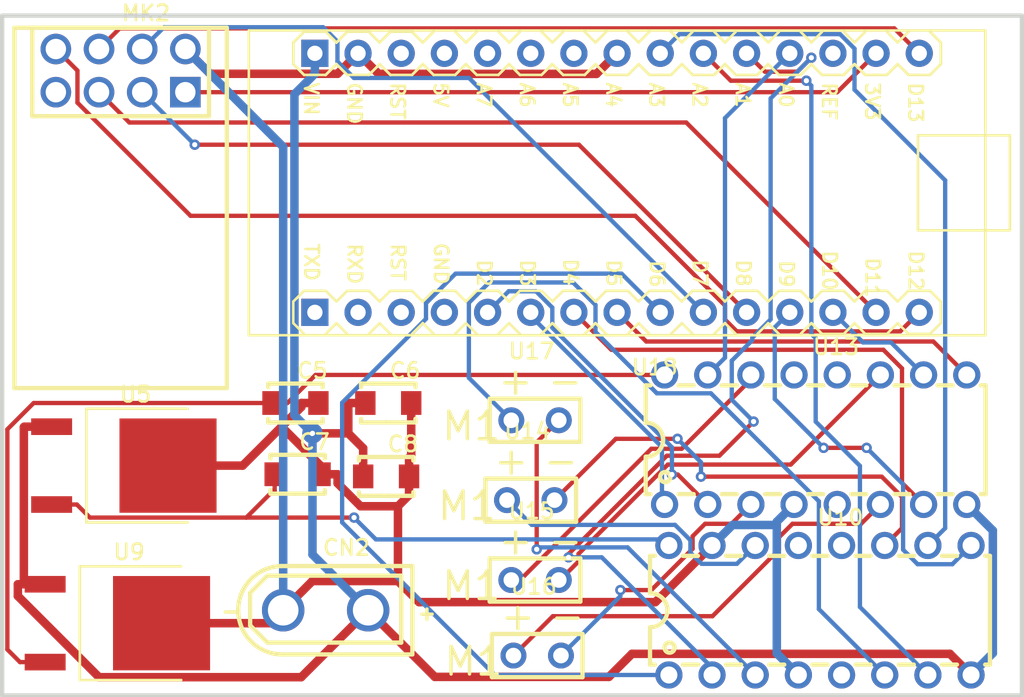
<source format=kicad_pcb>
(kicad_pcb (version 20240108) (generator "pcbnew") (generator_version "8.0")
  (layers (0 "F.Cu" signal "TopLayer") (31 "B.Cu" signal "BottomLayer") (34 "B.Paste" user "BottomPasteMaskLayer") (35 "F.Paste" user "TopPasteMaskLayer") (36 "B.SilkS" user "BottomSilkLayer") (37 "F.SilkS" user "TopSilkLayer") (38 "B.Mask" user "BottomSolderMaskLayer") (39 "F.Mask" user "TopSolderMaskLayer") (44 "Edge.Cuts" user "BoardOutLine"))
  (net 0 "")
  (net 1 "U13_3")
  (net 2 "C7_1")
  (net 3 "VCC")
  (net 4 "U13_15")
  (net 5 "U13_10")
  (net 6 "U13_1")
  (net 7 "U10_10")
  (net 8 "U10_3")
  (net 9 "U10_2")
  (net 10 "U10_7")
  (net 11 "U10_9")
  (net 12 "U13_2")
  (net 13 "U10_14")
  (net 14 "U10_11")
  (net 15 "U10_6")
  (net 16 "U10_1")
  (net 17 "MK2_4")
  (net 18 "MK2_3")
  (net 19 "GND")
  (net 20 "U13_14")
  (net 21 "U13_11")
  (net 22 "U13_9")
  (net 23 "U13_7")
  (net 24 "MK2_8")
  (net 25 "MK2_6")
  (net 26 "MK2_5")
  (net 27 "MK2_1")
  (net 28 "C5_1")
  (net 29 "U13_6")
  (net 30 "MK2_7")
  (net 31 "U10_5")
  (net 32 "U10_12")
  (net 33 "U10_13")
  (net 34 "U13_5")
  (net 35 "U13_12")
  (net 36 "U13_13")
  (net 37 "U18_1")
  (net 38 "U18_27")
  (net 39 "U18_25")
  (net 40 "U18_3")
  (net 41 "U18_2")
  (net 42 "U18_4")
  (net 43 "U18_18")
  (net 44 "U18_24")
  (net 45 "U18_26")
  (net 46 "U18_28")
  (footprint "LSR_drone:TT DC MOTOR" (layer "F.Cu") (at 148.354 104.811)
    (property "Reference" "U17" (at -1.651 -4.5974 0) (layer "F.SilkS") (effects (font (size 0.9144 0.9144) (thickness 0.1524)) (justify left top)))
    (property "Value" "DC Motor" (hide yes))
    (fp_text user "M1" (at -5.588 -0.6096 0) (layer "F.SilkS") (effects (font (size 1.6256 1.6256) (thickness 0.2032)) (justify left top)))
    (fp_text user "-" (at 0.635 -3.2766 0) (layer "F.SilkS") (effects (font (size 1.6256 1.6256) (thickness 0.2032)) (justify left top)))
    (fp_text user "+" (at -2.286 -3.2766 0) (layer "F.SilkS") (effects (font (size 1.6256 1.6256) (thickness 0.2032)) (justify left top)))
    (pad "1" thru_hole oval (at -1.397 0 90) (size 1.524 1.524) (drill 0.9144) (layers "*.Cu" "*.Mask") (net 15 "U10_6"))
    (pad "2" thru_hole oval (at 1.397 0 90) (size 1.524 1.524) (drill 0.9144) (layers "*.Cu" "*.Mask") (net 8 "U10_3"))
  )
  (footprint "LSR_drone:CAP-SMD_L3.2-W1.6" (layer "F.Cu") (at 134.384 107.986)
    (property "Reference" "C7" (at 0 -2.4384 0) (layer "F.SilkS") (effects (font (size 0.9144 0.9144) (thickness 0.1524)) (justify left top)))
    (property "Value" "330nF" (hide yes))
    (pad "1" smd rect (at -1.35 0) (size 1.2 1.4) (layers "F.Cu" "F.Paste" "F.Mask") (net 2 "C7_1"))
    (pad "2" smd rect (at 1.35 0) (size 1.2 1.4) (layers "F.Cu" "F.Paste" "F.Mask") (net 19 "GND"))
  )
  (footprint "LSR_drone:CAP-SMD_L3.2-W1.6" (layer "F.Cu") (at 139.591 108.113)
    (property "Reference" "C8" (at 0 -2.4384 0) (layer "F.SilkS") (effects (font (size 0.9144 0.9144) (thickness 0.1524)) (justify left top)))
    (property "Value" "330nF" (hide yes))
    (pad "1" smd rect (at -1.35 0) (size 1.2 1.4) (layers "F.Cu" "F.Paste" "F.Mask") (net 3 "VCC"))
    (pad "2" smd rect (at 1.35 0) (size 1.2 1.4) (layers "F.Cu" "F.Paste" "F.Mask") (net 19 "GND"))
  )
  (footprint "LSR_drone:TT DC MOTOR" (layer "F.Cu") (at 148.354 114.209)
    (property "Reference" "U15" (at -1.651 -4.5974 0) (layer "F.SilkS") (effects (font (size 0.9144 0.9144) (thickness 0.1524)) (justify left top)))
    (property "Value" "DC Motor" (hide yes))
    (fp_text user "-" (at 0.635 -3.2766 0) (layer "F.SilkS") (effects (font (size 1.6256 1.6256) (thickness 0.2032)) (justify left top)))
    (fp_text user "M1" (at -5.588 -0.6096 0) (layer "F.SilkS") (effects (font (size 1.6256 1.6256) (thickness 0.2032)) (justify left top)))
    (fp_text user "+" (at -2.286 -3.2766 0) (layer "F.SilkS") (effects (font (size 1.6256 1.6256) (thickness 0.2032)) (justify left top)))
    (pad "1" thru_hole oval (at -1.397 0 90) (size 1.524 1.524) (drill 0.9144) (layers "*.Cu" "*.Mask") (net 20 "U13_14"))
    (pad "2" thru_hole oval (at 1.397 0 90) (size 1.524 1.524) (drill 0.9144) (layers "*.Cu" "*.Mask") (net 21 "U13_11"))
  )
  (footprint "LSR_drone:CAP-SMD_L3.2-W1.6" (layer "F.Cu") (at 134.257 103.795)
    (property "Reference" "C5" (at 0 -2.4384 0) (layer "F.SilkS") (effects (font (size 0.9144 0.9144) (thickness 0.1524)) (justify left top)))
    (property "Value" "330nF" (hide yes))
    (pad "1" smd rect (at -1.35 0) (size 1.2 1.4) (layers "F.Cu" "F.Paste" "F.Mask") (net 28 "C5_1"))
    (pad "2" smd rect (at 1.35 0) (size 1.2 1.4) (layers "F.Cu" "F.Paste" "F.Mask") (net 19 "GND"))
  )
  (footprint "LSR_drone:TO-252-2_L6.6-W6.1-P4.58-LS9.9-TL" (layer "F.Cu") (at 122.954 116.749)
    (property "Reference" "U9" (at 0.5008 -4.7245 0) (layer "F.SilkS") (effects (font (size 0.9144 0.9144) (thickness 0.1524)) (justify left top)))
    (property "Value" "LM7805-5V" (hide yes))
    (pad "1" smd rect (at -3.4238 -2.2899 180) (size 2.4091 0.9786) (layers "F.Cu" "F.Paste" "F.Mask") (net 3 "VCC"))
    (pad "2" smd rect (at 3.4238 -0.0001 180) (size 5.7111 5.5484) (layers "F.Cu" "F.Paste" "F.Mask") (net 19 "GND"))
    (pad "3" smd rect (at -3.4233 2.2899 180) (size 2.4091 0.9786) (layers "F.Cu" "F.Paste" "F.Mask") (net 28 "C5_1"))
  )
  (footprint "LSR_drone:COMM-TH_ARDUINO_NANO" (layer "F.Cu") (at 153.18 90.841 180)
    (property "Reference" "U18" (at -0.762 -10.3124 180) (layer "F.SilkS") (effects (font (size 0.9144 0.9144) (thickness 0.1524)) (justify left top)))
    (property "Value" "ARDUINO_NANO" (hide yes))
    (fp_text user "RXD" (at 14.9681 -3.49 270) (layer "F.SilkS") (effects (font (size 0.8 0.8)) (justify left top)))
    (fp_text user "RST" (at 12.4479 5.9901 270) (layer "F.SilkS") (effects (font (size 0.8 0.8)) (justify left top)))
    (fp_text user "A2" (at -5.3321 5.9901 270) (layer "F.SilkS") (effects (font (size 0.8 0.8)) (justify left top)))
    (fp_text user "D3" (at 4.8081 -4.4272 270) (layer "F.SilkS") (effects (font (size 0.8 0.8)) (justify left top)))
    (fp_text user "GND" (at 14.9879 5.9901 270) (layer "F.SilkS") (effects (font (size 0.8 0.8)) (justify left top)))
    (fp_text user "GND" (at 9.8881 -3.4442 270) (layer "F.SilkS") (effects (font (size 0.8 0.8)) (justify left top)))
    (fp_text user "D13" (at -18.0321 5.9901 270) (layer "F.SilkS") (effects (font (size 0.8 0.8)) (justify left top)))
    (fp_text user "A7" (at 7.3679 5.9901 270) (layer "F.SilkS") (effects (font (size 0.8 0.8)) (justify left top)))
    (fp_text user "D12" (at -18.0519 -3.8989 270) (layer "F.SilkS") (effects (font (size 0.8 0.8)) (justify left top)))
    (fp_text user "D2" (at 7.3481 -4.4272 270) (layer "F.SilkS") (effects (font (size 0.8 0.8)) (justify left top)))
    (fp_text user "D4" (at 2.2681 -4.3815 270) (layer "F.SilkS") (effects (font (size 0.8 0.8)) (justify left top)))
    (fp_text user "TXD" (at 17.5081 -3.49 270) (layer "F.SilkS") (effects (font (size 0.8 0.8)) (justify left top)))
    (fp_text user "A3" (at -2.7921 5.9901 270) (layer "F.SilkS") (effects (font (size 0.8 0.8)) (justify left top)))
    (fp_text user "D11" (at -15.5119 -4.3078 270) (layer "F.SilkS") (effects (font (size 0.8 0.8)) (justify left top)))
    (fp_text user "D5" (at -0.2719 -4.4272 270) (layer "F.SilkS") (effects (font (size 0.8 0.8)) (justify left top)))
    (fp_text user "D10" (at -12.9719 -3.8989 270) (layer "F.SilkS") (effects (font (size 0.8 0.8)) (justify left top)))
    (fp_text user "RST" (at 12.4281 -3.49 270) (layer "F.SilkS") (effects (font (size 0.8 0.8)) (justify left top)))
    (fp_text user "A0" (at -10.4121 5.9901 270) (layer "F.SilkS") (effects (font (size 0.8 0.8)) (justify left top)))
    (fp_text user "D8" (at -7.8919 -4.4272 270) (layer "F.SilkS") (effects (font (size 0.8 0.8)) (justify left top)))
    (fp_text user "5V" (at 9.9079 5.9901 270) (layer "F.SilkS") (effects (font (size 0.8 0.8)) (justify left top)))
    (fp_text user "A5" (at 2.2879 5.9901 270) (layer "F.SilkS") (effects (font (size 0.8 0.8)) (justify left top)))
    (fp_text user "A1" (at -7.8721 5.9901 270) (layer "F.SilkS") (effects (font (size 0.8 0.8)) (justify left top)))
    (fp_text user "VIN" (at 17.5279 5.9901 270) (layer "F.SilkS") (effects (font (size 0.8 0.8)) (justify left top)))
    (fp_text user "3V3" (at -15.4921 5.9901 270) (layer "F.SilkS") (effects (font (size 0.8 0.8)) (justify left top)))
    (fp_text user "D6" (at -2.8119 -4.4729 270) (layer "F.SilkS") (effects (font (size 0.8 0.8)) (justify left top)))
    (fp_text user "A4" (at -0.2521 5.9901 270) (layer "F.SilkS") (effects (font (size 0.8 0.8)) (justify left top)))
    (fp_text user "REF" (at -12.9521 5.9901 270) (layer "F.SilkS") (effects (font (size 0.8 0.8)) (justify left top)))
    (fp_text user "A6" (at 4.8279 5.9901 270) (layer "F.SilkS") (effects (font (size 0.8 0.8)) (justify left top)))
    (fp_text user "D9" (at -10.4319 -4.4729 270) (layer "F.SilkS") (effects (font (size 0.8 0.8)) (justify left top)))
    (fp_text user "D7" (at -5.3519 -4.4272 270) (layer "F.SilkS") (effects (font (size 0.8 0.8)) (justify left top)))
    (pad "1" thru_hole rect (at 17.78 -7.62 180) (size 1.6 1.6) (drill 0.9) (layers "*.Cu" "*.Mask") (net 37 "U18_1"))
    (pad "2" thru_hole oval (at 15.24 -7.62 180) (size 1.6 1.6) (drill 0.9) (layers "*.Cu" "*.Mask") (net 41 "U18_2"))
    (pad "3" thru_hole oval (at 12.7 -7.62 180) (size 1.6 1.6) (drill 0.9) (layers "*.Cu" "*.Mask") (net 40 "U18_3"))
    (pad "4" thru_hole oval (at 10.16 -7.62 180) (size 1.6 1.6) (drill 0.9) (layers "*.Cu" "*.Mask") (net 42 "U18_4"))
    (pad "5" thru_hole oval (at 7.62 -7.62 180) (size 1.6 1.6) (drill 0.9) (layers "*.Cu" "*.Mask") (net 12 "U13_2"))
    (pad "6" thru_hole oval (at 5.08 -7.62 180) (size 1.6 1.6) (drill 0.9) (layers "*.Cu" "*.Mask") (net 6 "U13_1"))
    (pad "7" thru_hole oval (at 2.54 -7.62 180) (size 1.6 1.6) (drill 0.9) (layers "*.Cu" "*.Mask") (net 23 "U13_7"))
    (pad "8" thru_hole oval (at 0 -7.62 180) (size 1.6 1.6) (drill 0.9) (layers "*.Cu" "*.Mask") (net 22 "U13_9"))
    (pad "9" thru_hole oval (at -2.54 -7.62 180) (size 1.6 1.6) (drill 0.9) (layers "*.Cu" "*.Mask") (net 16 "U10_1"))
    (pad "10" thru_hole oval (at -5.08 -7.62 180) (size 1.6 1.6) (drill 0.9) (layers "*.Cu" "*.Mask") (net 17 "MK2_4"))
    (pad "11" thru_hole oval (at -7.62 -7.62 180) (size 1.6 1.6) (drill 0.9) (layers "*.Cu" "*.Mask") (net 18 "MK2_3"))
    (pad "12" thru_hole oval (at -10.16 -7.62 180) (size 1.6 1.6) (drill 0.9) (layers "*.Cu" "*.Mask") (net 11 "U10_9"))
    (pad "13" thru_hole oval (at -12.7 -7.62 180) (size 1.6 1.6) (drill 0.9) (layers "*.Cu" "*.Mask") (net 5 "U13_10"))
    (pad "14" thru_hole oval (at -15.24 -7.62 180) (size 1.6 1.6) (drill 0.9) (layers "*.Cu" "*.Mask") (net 26 "MK2_5"))
    (pad "15" thru_hole oval (at -17.78 -7.62 180) (size 1.6 1.6) (drill 0.9) (layers "*.Cu" "*.Mask") (net 24 "MK2_8"))
    (pad "16" thru_hole oval (at -17.78 7.62 180) (size 1.6 1.6) (drill 0.9) (layers "*.Cu" "*.Mask") (net 25 "MK2_6"))
    (pad "17" thru_hole oval (at -15.24 7.62 180) (size 1.6 1.6) (drill 0.9) (layers "*.Cu" "*.Mask") (net 27 "MK2_1"))
    (pad "18" thru_hole oval (at -12.7 7.62 180) (size 1.6 1.6) (drill 0.9) (layers "*.Cu" "*.Mask") (net 43 "U18_18"))
    (pad "19" thru_hole oval (at -10.16 7.62 180) (size 1.6 1.6) (drill 0.9) (layers "*.Cu" "*.Mask") (net 4 "U13_15"))
    (pad "20" thru_hole oval (at -7.62 7.62 180) (size 1.6 1.6) (drill 0.9) (layers "*.Cu" "*.Mask") (net 9 "U10_2"))
    (pad "21" thru_hole oval (at -5.08 7.62 180) (size 1.6 1.6) (drill 0.9) (layers "*.Cu" "*.Mask") (net 10 "U10_7"))
    (pad "22" thru_hole oval (at -2.54 7.62 180) (size 1.6 1.6) (drill 0.9) (layers "*.Cu" "*.Mask") (net 7 "U10_10"))
    (pad "23" thru_hole oval (at 0 7.62 180) (size 1.6 1.6) (drill 0.9) (layers "*.Cu" "*.Mask") (net 19 "GND"))
    (pad "24" thru_hole oval (at 2.54 7.62 180) (size 1.6 1.6) (drill 0.9) (layers "*.Cu" "*.Mask") (net 44 "U18_24"))
    (pad "25" thru_hole oval (at 5.08 7.62 180) (size 1.6 1.6) (drill 0.9) (layers "*.Cu" "*.Mask") (net 39 "U18_25"))
    (pad "26" thru_hole oval (at 7.62 7.62 180) (size 1.6 1.6) (drill 0.9) (layers "*.Cu" "*.Mask") (net 45 "U18_26"))
    (pad "27" thru_hole oval (at 10.16 7.62 180) (size 1.6 1.6) (drill 0.9) (layers "*.Cu" "*.Mask") (net 38 "U18_27"))
    (pad "28" thru_hole oval (at 12.7 7.62 180) (size 1.6 1.6) (drill 0.9) (layers "*.Cu" "*.Mask") (net 46 "U18_28"))
    (pad "29" thru_hole oval (at 15.24 7.62 180) (size 1.6 1.6) (drill 0.9) (layers "*.Cu" "*.Mask") (net 19 "GND"))
    (pad "30" thru_hole rect (at 17.78 7.62 180) (size 1.6 1.6) (drill 0.9) (layers "*.Cu" "*.Mask") (net 3 "VCC"))
  )
  (footprint "LSR_drone:CAP-SMD_L3.2-W1.6" (layer "F.Cu") (at 139.718 103.795)
    (property "Reference" "C6" (at 0 -2.4384 0) (layer "F.SilkS") (effects (font (size 0.9144 0.9144) (thickness 0.1524)) (justify left top)))
    (property "Value" "330nF" (hide yes))
    (pad "1" smd rect (at -1.35 0) (size 1.2 1.4) (layers "F.Cu" "F.Paste" "F.Mask") (net 3 "VCC"))
    (pad "2" smd rect (at 1.35 0) (size 1.2 1.4) (layers "F.Cu" "F.Paste" "F.Mask") (net 19 "GND"))
  )
  (footprint "LSR_drone:CONN-TH_XT30UPB-M" (layer "F.Cu") (at 136.035 115.987)
    (property "Reference" "CN2" (at -0.2541 -4.2164 0) (layer "F.SilkS") (effects (font (size 0.9144 0.9144) (thickness 0.1524)) (justify left top)))
    (property "Value" "XT30UPB-M" (hide yes))
    (fp_text user "+" (at 5.3339 -0.292 0) (layer "F.SilkS") (effects (font (size 0.8 0.8) (thickness 0.2032)) (justify left top)))
    (fp_text user "-" (at -6.2231 -0.419 0) (layer "F.SilkS") (effects (font (size 0.8 0.8) (thickness 0.2032)) (justify left top)))
    (pad "1" thru_hole oval (at -2.5 0) (size 2.5 2.5) (drill 1.8) (layers "*.Cu" "*.Mask") (net 19 "GND"))
    (pad "2" thru_hole oval (at 2.5 0) (size 2.5 2.5) (drill 1.8) (layers "*.Cu" "*.Mask") (net 3 "VCC"))
  )
  (footprint "LSR_drone:TO-252-2_L6.6-W6.1-P4.58-LS9.9-TL" (layer "F.Cu") (at 123.335 107.478)
    (property "Reference" "U5" (at 0.5008 -4.7245 0) (layer "F.SilkS") (effects (font (size 0.9144 0.9144) (thickness 0.1524)) (justify left top)))
    (property "Value" "LM7805-5V" (hide yes))
    (pad "1" smd rect (at -3.4238 -2.2899 180) (size 2.4091 0.9786) (layers "F.Cu" "F.Paste" "F.Mask") (net 3 "VCC"))
    (pad "2" smd rect (at 3.4238 -0.0001 180) (size 5.7111 5.5484) (layers "F.Cu" "F.Paste" "F.Mask") (net 19 "GND"))
    (pad "3" smd rect (at -3.4233 2.2899 180) (size 2.4091 0.9786) (layers "F.Cu" "F.Paste" "F.Mask") (net 2 "C7_1"))
  )
  (footprint "LSR_drone:WIRELM-SMD_NRF24L01" (layer "F.Cu") (at 123.97 84.237)
    (property "Reference" "MK2" (at -0.0254 -3.9206 0) (layer "F.SilkS") (effects (font (size 0.9144 0.9144) (thickness 0.1524)) (justify left top)))
    (property "Value" "NRF24L01" (hide yes))
    (pad "1" thru_hole rect (at 3.8075 1.2704 180) (size 1.8 1.8) (drill 1.1998) (layers "*.Cu" "*.Mask") (net 27 "MK2_1"))
    (pad "2" thru_hole oval (at 3.81 -1.2699 180) (size 1.8 1.8) (drill 1.1998) (layers "*.Cu" "*.Mask") (net 19 "GND"))
    (pad "3" thru_hole oval (at 1.27 1.2701 180) (size 1.8 1.8) (drill 1.1998) (layers "*.Cu" "*.Mask") (net 18 "MK2_3"))
    (pad "4" thru_hole oval (at 1.27 -1.2699 180) (size 1.8 1.8) (drill 1.1998) (layers "*.Cu" "*.Mask") (net 17 "MK2_4"))
    (pad "5" thru_hole oval (at -1.27 1.2701 180) (size 1.8 1.8) (drill 1.1998) (layers "*.Cu" "*.Mask") (net 26 "MK2_5"))
    (pad "6" thru_hole oval (at -1.27 -1.2699 180) (size 1.8 1.8) (drill 1.1998) (layers "*.Cu" "*.Mask") (net 25 "MK2_6"))
    (pad "7" thru_hole oval (at -3.81 1.2701 180) (size 1.8 1.8) (drill 1.1998) (layers "*.Cu" "*.Mask") (net 30 "MK2_7"))
    (pad "8" thru_hole oval (at -3.81 -1.2699 180) (size 1.8 1.8) (drill 1.1998) (layers "*.Cu" "*.Mask") (net 24 "MK2_8"))
  )
  (footprint "LSR_drone:TT DC MOTOR" (layer "F.Cu") (at 148.1 109.51)
    (property "Reference" "U14" (at -1.651 -4.5974 0) (layer "F.SilkS") (effects (font (size 0.9144 0.9144) (thickness 0.1524)) (justify left top)))
    (property "Value" "DC Motor" (hide yes))
    (fp_text user "+" (at -2.286 -3.2766 0) (layer "F.SilkS") (effects (font (size 1.6256 1.6256) (thickness 0.2032)) (justify left top)))
    (fp_text user "M1" (at -5.588 -0.6096 0) (layer "F.SilkS") (effects (font (size 1.6256 1.6256) (thickness 0.2032)) (justify left top)))
    (fp_text user "-" (at 0.635 -3.2766 0) (layer "F.SilkS") (effects (font (size 1.6256 1.6256) (thickness 0.2032)) (justify left top)))
    (pad "1" thru_hole oval (at -1.397 0 90) (size 1.524 1.524) (drill 0.9144) (layers "*.Cu" "*.Mask") (net 13 "U10_14"))
    (pad "2" thru_hole oval (at 1.397 0 90) (size 1.524 1.524) (drill 0.9144) (layers "*.Cu" "*.Mask") (net 14 "U10_11"))
  )
  (footprint "LSR_drone:DIP-16_L20.0-W6.4-P2.54-LS7.6-BL" (layer "F.Cu") (at 165.118 115.987)
    (property "Reference" "U10" (at -0.254 -5.9944 0) (layer "F.SilkS") (effects (font (size 0.9144 0.9144) (thickness 0.1524)) (justify left top)))
    (property "Value" "L293D" (hide yes))
    (pad "1" thru_hole oval (at -8.89 3.81 90) (size 1.6 1.6) (drill 1) (layers "*.Cu" "*.Mask") (net 16 "U10_1"))
    (pad "2" thru_hole oval (at -6.35 3.81 90) (size 1.6 1.6) (drill 1) (layers "*.Cu" "*.Mask") (net 9 "U10_2"))
    (pad "3" thru_hole oval (at -3.81 3.81 90) (size 1.6 1.6) (drill 1) (layers "*.Cu" "*.Mask") (net 8 "U10_3"))
    (pad "4" thru_hole oval (at -1.27 3.81 90) (size 1.6 1.6) (drill 1) (layers "*.Cu" "*.Mask") (net 19 "GND"))
    (pad "5" thru_hole oval (at 1.27 3.81 90) (size 1.6 1.6) (drill 1) (layers "*.Cu" "*.Mask") (net 31 "U10_5"))
    (pad "6" thru_hole oval (at 3.81 3.81 90) (size 1.6 1.6) (drill 1) (layers "*.Cu" "*.Mask") (net 15 "U10_6"))
    (pad "7" thru_hole oval (at 6.35 3.81 90) (size 1.6 1.6) (drill 1) (layers "*.Cu" "*.Mask") (net 10 "U10_7"))
    (pad "8" thru_hole oval (at 8.89 3.81 90) (size 1.6 1.6) (drill 1) (layers "*.Cu" "*.Mask") (net 3 "VCC"))
    (pad "9" thru_hole oval (at 8.89 -3.81 90) (size 1.6 1.6) (drill 1) (layers "*.Cu" "*.Mask") (net 11 "U10_9"))
    (pad "10" thru_hole oval (at 6.35 -3.81 90) (size 1.6 1.6) (drill 1) (layers "*.Cu" "*.Mask") (net 7 "U10_10"))
    (pad "11" thru_hole oval (at 3.81 -3.81 90) (size 1.6 1.6) (drill 1) (layers "*.Cu" "*.Mask") (net 14 "U10_11"))
    (pad "12" thru_hole oval (at 1.27 -3.81 90) (size 1.6 1.6) (drill 1) (layers "*.Cu" "*.Mask") (net 32 "U10_12"))
    (pad "13" thru_hole oval (at -1.27 -3.81 90) (size 1.6 1.6) (drill 1) (layers "*.Cu" "*.Mask") (net 33 "U10_13"))
    (pad "14" thru_hole oval (at -3.81 -3.81 90) (size 1.6 1.6) (drill 1) (layers "*.Cu" "*.Mask") (net 13 "U10_14"))
    (pad "15" thru_hole oval (at -6.35 -3.81 90) (size 1.6 1.6) (drill 1) (layers "*.Cu" "*.Mask") (net 19 "GND"))
    (pad "16" thru_hole oval (at -8.89 -3.81 90) (size 1.6 1.6) (drill 1) (layers "*.Cu" "*.Mask") (net 2 "C7_1"))
  )
  (footprint "LSR_drone:TT DC MOTOR" (layer "F.Cu") (at 148.481 118.654)
    (property "Reference" "U16" (at -1.651 -4.5974 0) (layer "F.SilkS") (effects (font (size 0.9144 0.9144) (thickness 0.1524)) (justify left top)))
    (property "Value" "DC Motor" (hide yes))
    (fp_text user "+" (at -2.286 -3.2766 0) (layer "F.SilkS") (effects (font (size 1.6256 1.6256) (thickness 0.2032)) (justify left top)))
    (fp_text user "-" (at 0.635 -3.2766 0) (layer "F.SilkS") (effects (font (size 1.6256 1.6256) (thickness 0.2032)) (justify left top)))
    (fp_text user "M1" (at -5.588 -0.6096 0) (layer "F.SilkS") (effects (font (size 1.6256 1.6256) (thickness 0.2032)) (justify left top)))
    (pad "1" thru_hole oval (at -1.397 0 90) (size 1.524 1.524) (drill 0.9144) (layers "*.Cu" "*.Mask") (net 29 "U13_6"))
    (pad "2" thru_hole oval (at 1.397 0 90) (size 1.524 1.524) (drill 0.9144) (layers "*.Cu" "*.Mask") (net 1 "U13_3"))
  )
  (footprint "LSR_drone:DIP-16_L20.0-W6.4-P2.54-LS7.6-BL" (layer "F.Cu") (at 164.864 105.954)
    (property "Reference" "U13" (at -0.254 -5.9944 0) (layer "F.SilkS") (effects (font (size 0.9144 0.9144) (thickness 0.1524)) (justify left top)))
    (property "Value" "L293D" (hide yes))
    (pad "1" thru_hole oval (at -8.89 3.81 90) (size 1.6 1.6) (drill 1) (layers "*.Cu" "*.Mask") (net 6 "U13_1"))
    (pad "2" thru_hole oval (at -6.35 3.81 90) (size 1.6 1.6) (drill 1) (layers "*.Cu" "*.Mask") (net 12 "U13_2"))
    (pad "3" thru_hole oval (at -3.81 3.81 90) (size 1.6 1.6) (drill 1) (layers "*.Cu" "*.Mask") (net 1 "U13_3"))
    (pad "4" thru_hole oval (at -1.27 3.81 90) (size 1.6 1.6) (drill 1) (layers "*.Cu" "*.Mask") (net 19 "GND"))
    (pad "5" thru_hole oval (at 1.27 3.81 90) (size 1.6 1.6) (drill 1) (layers "*.Cu" "*.Mask") (net 34 "U13_5"))
    (pad "6" thru_hole oval (at 3.81 3.81 90) (size 1.6 1.6) (drill 1) (layers "*.Cu" "*.Mask") (net 29 "U13_6"))
    (pad "7" thru_hole oval (at 6.35 3.81 90) (size 1.6 1.6) (drill 1) (layers "*.Cu" "*.Mask") (net 23 "U13_7"))
    (pad "8" thru_hole oval (at 8.89 3.81 90) (size 1.6 1.6) (drill 1) (layers "*.Cu" "*.Mask") (net 3 "VCC"))
    (pad "9" thru_hole oval (at 8.89 -3.81 90) (size 1.6 1.6) (drill 1) (layers "*.Cu" "*.Mask") (net 22 "U13_9"))
    (pad "10" thru_hole oval (at 6.35 -3.81 90) (size 1.6 1.6) (drill 1) (layers "*.Cu" "*.Mask") (net 5 "U13_10"))
    (pad "11" thru_hole oval (at 3.81 -3.81 90) (size 1.6 1.6) (drill 1) (layers "*.Cu" "*.Mask") (net 21 "U13_11"))
    (pad "12" thru_hole oval (at 1.27 -3.81 90) (size 1.6 1.6) (drill 1) (layers "*.Cu" "*.Mask") (net 35 "U13_12"))
    (pad "13" thru_hole oval (at -1.27 -3.81 90) (size 1.6 1.6) (drill 1) (layers "*.Cu" "*.Mask") (net 36 "U13_13"))
    (pad "14" thru_hole oval (at -3.81 -3.81 90) (size 1.6 1.6) (drill 1) (layers "*.Cu" "*.Mask") (net 20 "U13_14"))
    (pad "15" thru_hole oval (at -6.35 -3.81 90) (size 1.6 1.6) (drill 1) (layers "*.Cu" "*.Mask") (net 4 "U13_15"))
    (pad "16" thru_hole oval (at -8.89 -3.81 90) (size 1.6 1.6) (drill 1) (layers "*.Cu" "*.Mask") (net 28 "C5_1"))
  )
  (gr_line (start 117.0002 81.001) (end 177.0001 81.001) (stroke (width 0.254)) (layer "Edge.Cuts"))
  (gr_line (start 117.0002 121.001) (end 117.0002 81.001) (stroke (width 0.254)) (layer "Edge.Cuts"))
  (gr_line (start 177.0001 81.001) (end 177.0001 97.7422) (stroke (width 0.254)) (layer "Edge.Cuts"))
  (gr_line (start 177.0001 121.001) (end 117.0002 121.001) (stroke (width 0.254)) (layer "Edge.Cuts"))
  (gr_line (start 177.0001 97.7422) (end 177.0001 121.001) (stroke (width 0.254)) (layer "Edge.Cuts"))
  (segment (start 155.1973 114.8008) (end 157.6235 112.3746) (width 0.254) (layer "F.Cu") (net 1))
  (segment (start 157.6235 111.6355) (end 158.3568 110.9022) (width 0.254) (layer "F.Cu") (net 1))
  (segment (start 157.6235 112.3746) (end 157.6235 111.6355) (width 0.254) (layer "F.Cu") (net 1))
  (segment (start 159.9159 110.9022) (end 161.054 109.764) (width 0.254) (layer "F.Cu") (net 1))
  (segment (start 158.3568 110.9022) (end 159.9159 110.9022) (width 0.254) (layer "F.Cu") (net 1))
  (segment (start 153.3756 114.8008) (end 155.1973 114.8008) (width 0.254) (layer "F.Cu") (net 1))
  (via (at 153.3756 114.8008) (size 0.61) (drill 0.305) (layers "F.Cu" "B.Cu") (net 1))
  (segment (start 149.878 118.654) (end 153.3756 115.1564) (width 0.254) (layer "B.Cu") (net 1))
  (segment (start 153.3756 115.1564) (end 153.3756 114.8008) (width 0.254) (layer "B.Cu") (net 1))
  (segment (start 131.3627 110.5364) (end 132.9339 108.9652) (width 0.254) (layer "F.Cu") (net 2))
  (segment (start 132.9339 108.9652) (end 133.034 108.9652) (width 0.254) (layer "F.Cu") (net 2))
  (segment (start 122.1638 110.5364) (end 131.3627 110.5364) (width 0.254) (layer "F.Cu") (net 2))
  (segment (start 133.034 107.986) (end 133.034 108.9652) (width 0.254) (layer "F.Cu") (net 2))
  (segment (start 131.3627 110.5364) (end 137.7048 110.5364) (width 0.254) (layer "F.Cu") (net 2))
  (segment (start 121.3952 109.7678) (end 122.1638 110.5364) (width 0.254) (layer "F.Cu") (net 2))
  (segment (start 119.9116 109.7678) (end 121.3952 109.7678) (width 0.254) (layer "F.Cu") (net 2))
  (via (at 137.7048 110.5364) (size 0.61) (drill 0.305) (layers "F.Cu" "B.Cu") (net 2))
  (segment (start 155.8704 111.8194) (end 138.9878 111.8194) (width 0.254) (layer "B.Cu") (net 2))
  (segment (start 138.9878 111.8194) (end 137.7048 110.5364) (width 0.254) (layer "B.Cu") (net 2))
  (segment (start 156.228 112.177) (end 155.8704 111.8194) (width 0.254) (layer "B.Cu") (net 2))
  (segment (start 134.5951 119.9268) (end 122.6975 119.9268) (width 0.5) (layer "F.Cu") (net 3))
  (segment (start 174.008 119.797) (end 172.7649 118.5539) (width 0.5) (layer "F.Cu") (net 3))
  (segment (start 138.241 108.113) (end 138.241 107.0109) (width 0.5) (layer "F.Cu") (net 3))
  (segment (start 118.2766 114.459) (end 117.9236 114.459) (width 0.5) (layer "F.Cu") (net 3))
  (segment (start 138.241 106.4544) (end 137.366 105.5794) (width 0.5) (layer "F.Cu") (net 3))
  (segment (start 138.5349 115.987) (end 134.5951 119.9268) (width 0.5) (layer "F.Cu") (net 3))
  (segment (start 118.2766 105.2159) (end 118.3046 105.188) (width 0.5) (layer "F.Cu") (net 3))
  (segment (start 137.366 105.5794) (end 135.2591 105.5794) (width 0.5) (layer "F.Cu") (net 3))
  (segment (start 137.366 105.5794) (end 137.366 103.795) (width 0.5) (layer "F.Cu") (net 3))
  (segment (start 122.6975 119.9268) (end 117.9236 115.1529) (width 0.5) (layer "F.Cu") (net 3))
  (segment (start 118.2766 114.459) (end 118.2766 105.2159) (width 0.5) (layer "F.Cu") (net 3))
  (segment (start 117.9236 115.1529) (end 117.9236 114.459) (width 0.5) (layer "F.Cu") (net 3))
  (segment (start 152.6984 119.9095) (end 142.4574 119.9095) (width 0.5) (layer "F.Cu") (net 3))
  (segment (start 119.9111 105.188) (end 118.3046 105.188) (width 0.5) (layer "F.Cu") (net 3))
  (segment (start 119.5301 114.459) (end 118.2766 114.459) (width 0.5) (layer "F.Cu") (net 3))
  (segment (start 138.368 103.795) (end 137.366 103.795) (width 0.5) (layer "F.Cu") (net 3))
  (segment (start 142.4574 119.9095) (end 138.5349 115.987) (width 0.5) (layer "F.Cu") (net 3))
  (segment (start 138.241 107.0109) (end 138.241 106.4544) (width 0.5) (layer "F.Cu") (net 3))
  (segment (start 154.054 118.5539) (end 152.6984 119.9095) (width 0.5) (layer "F.Cu") (net 3))
  (segment (start 172.7649 118.5539) (end 154.054 118.5539) (width 0.5) (layer "F.Cu") (net 3))
  (via (at 135.2591 105.5794) (size 1.2) (drill 0.305) (layers "F.Cu" "B.Cu") (net 3))
  (segment (start 134.1961 85.6272) (end 134.1961 104.5164) (width 0.5) (layer "B.Cu") (net 3))
  (segment (start 135.4 84.4232) (end 134.1961 85.6272) (width 0.5) (layer "B.Cu") (net 3))
  (segment (start 175.2892 111.2992) (end 175.2892 118.5158) (width 0.5) (layer "B.Cu") (net 3))
  (segment (start 134.1961 104.5164) (end 135.2591 105.5794) (width 0.5) (layer "B.Cu") (net 3))
  (segment (start 173.754 109.764) (end 175.2892 111.2992) (width 0.5) (layer "B.Cu") (net 3))
  (segment (start 135.2591 112.7112) (end 138.5349 115.987) (width 0.5) (layer "B.Cu") (net 3))
  (segment (start 135.2591 105.5794) (end 135.2591 112.7112) (width 0.5) (layer "B.Cu") (net 3))
  (segment (start 135.4 83.221) (end 135.4 84.4232) (width 0.5) (layer "B.Cu") (net 3))
  (segment (start 175.2892 118.5158) (end 174.008 119.797) (width 0.5) (layer "B.Cu") (net 3))
  (segment (start 159.53 101.128) (end 158.514 102.144) (width 0.254) (layer "B.Cu") (net 4))
  (segment (start 159.53 87.031) (end 159.53 101.128) (width 0.254) (layer "B.Cu") (net 4))
  (segment (start 163.34 83.221) (end 159.53 87.031) (width 0.254) (layer "B.Cu") (net 4))
  (segment (start 167.6512 100.2322) (end 169.3022 100.2322) (width 0.254) (layer "B.Cu") (net 5))
  (segment (start 169.3022 100.2322) (end 171.214 102.144) (width 0.254) (layer "B.Cu") (net 5))
  (segment (start 165.88 98.461) (end 167.6512 100.2322) (width 0.254) (layer "B.Cu") (net 5))
  (segment (start 155.8216 106.3932) (end 155.8216 109.6116) (width 0.254) (layer "B.Cu") (net 6))
  (segment (start 148.1 98.6716) (end 155.8216 106.3932) (width 0.254) (layer "B.Cu") (net 6))
  (segment (start 148.1 98.461) (end 148.1 98.6716) (width 0.254) (layer "B.Cu") (net 6))
  (segment (start 155.8216 109.6116) (end 155.974 109.764) (width 0.254) (layer "B.Cu") (net 6))
  (segment (start 171.468 112.177) (end 172.484 111.161) (width 0.254) (layer "B.Cu") (net 7))
  (segment (start 167.15 82.9452) (end 166.2963 82.0915) (width 0.254) (layer "B.Cu") (net 7))
  (segment (start 172.484 111.161) (end 172.484 90.696) (width 0.254) (layer "B.Cu") (net 7))
  (segment (start 156.8496 82.0915) (end 155.72 83.221) (width 0.254) (layer "B.Cu") (net 7))
  (segment (start 172.484 90.696) (end 167.15 85.362) (width 0.254) (layer "B.Cu") (net 7))
  (segment (start 166.2963 82.0915) (end 156.8496 82.0915) (width 0.254) (layer "B.Cu") (net 7))
  (segment (start 167.15 85.362) (end 167.15 82.9452) (width 0.254) (layer "B.Cu") (net 7))
  (segment (start 149.751 104.811) (end 148.4503 106.1118) (width 0.254) (layer "F.Cu") (net 8))
  (segment (start 148.4503 106.1118) (end 148.4503 112.4051) (width 0.254) (layer "F.Cu") (net 8))
  (via (at 148.4503 112.4051) (size 0.61) (drill 0.305) (layers "F.Cu" "B.Cu") (net 8))
  (segment (start 148.5664 112.289) (end 148.4503 112.4051) (width 0.254) (layer "B.Cu") (net 8))
  (segment (start 153.8 112.289) (end 148.5664 112.289) (width 0.254) (layer "B.Cu") (net 8))
  (segment (start 161.308 119.797) (end 153.8 112.289) (width 0.254) (layer "B.Cu") (net 8))
  (segment (start 160.8 83.221) (end 161.881 84.302) (width 0.254) (layer "F.Cu") (net 9))
  (segment (start 156.1089 106.8959) (end 150.3266 112.6782) (width 0.254) (layer "F.Cu") (net 9))
  (segment (start 150.3266 112.6782) (end 150.3266 112.8748) (width 0.254) (layer "F.Cu") (net 9))
  (segment (start 161.881 84.302) (end 163.7878 84.302) (width 0.254) (layer "F.Cu") (net 9))
  (segment (start 163.7878 84.302) (end 164.61 83.4799) (width 0.254) (layer "F.Cu") (net 9))
  (segment (start 161.211 104.886) (end 159.2011 106.8959) (width 0.254) (layer "F.Cu") (net 9))
  (segment (start 159.2011 106.8959) (end 156.1089 106.8959) (width 0.254) (layer "F.Cu") (net 9))
  (via (at 150.3266 112.8748) (size 0.61) (drill 0.305) (layers "F.Cu" "B.Cu") (net 9))
  (via (at 161.211 104.886) (size 0.61) (drill 0.305) (layers "F.Cu" "B.Cu") (net 9))
  (via (at 164.61 83.4799) (size 0.61) (drill 0.305) (layers "F.Cu" "B.Cu") (net 9))
  (segment (start 158.768 119.3647) (end 152.2781 112.8748) (width 0.254) (layer "B.Cu") (net 9))
  (segment (start 162.214 85.8758) (end 162.214 98.8745) (width 0.254) (layer "B.Cu") (net 9))
  (segment (start 159.928 101.3068) (end 159.928 103.603) (width 0.254) (layer "B.Cu") (net 9))
  (segment (start 152.2781 112.8748) (end 150.3266 112.8748) (width 0.254) (layer "B.Cu") (net 9))
  (segment (start 162.214 98.8745) (end 161.1384 99.9502) (width 0.254) (layer "B.Cu") (net 9))
  (segment (start 164.61 83.4799) (end 162.214 85.8758) (width 0.254) (layer "B.Cu") (net 9))
  (segment (start 159.928 103.603) (end 161.211 104.886) (width 0.254) (layer "B.Cu") (net 9))
  (segment (start 158.768 119.797) (end 158.768 119.3647) (width 0.254) (layer "B.Cu") (net 9))
  (segment (start 161.1384 99.9502) (end 161.1384 100.0965) (width 0.254) (layer "B.Cu") (net 9))
  (segment (start 161.1384 100.0965) (end 159.928 101.3068) (width 0.254) (layer "B.Cu") (net 9))
  (segment (start 158.26 83.221) (end 159.8706 84.8316) (width 0.254) (layer "F.Cu") (net 10))
  (segment (start 159.8706 84.8316) (end 164.3167 84.8316) (width 0.254) (layer "F.Cu") (net 10))
  (via (at 164.3167 84.8316) (size 0.61) (drill 0.305) (layers "F.Cu" "B.Cu") (net 10))
  (segment (start 167.4688 107.492) (end 164.8645 104.8877) (width 0.254) (layer "B.Cu") (net 10))
  (segment (start 171.468 119.797) (end 167.4688 115.7978) (width 0.254) (layer "B.Cu") (net 10))
  (segment (start 167.4688 115.7978) (end 167.4688 107.492) (width 0.254) (layer "B.Cu") (net 10))
  (segment (start 164.61 85.125) (end 164.3167 84.8316) (width 0.254) (layer "B.Cu") (net 10))
  (segment (start 164.8645 104.8877) (end 164.8645 99.9845) (width 0.254) (layer "B.Cu") (net 10))
  (segment (start 164.61 99.73) (end 164.61 85.125) (width 0.254) (layer "B.Cu") (net 10))
  (segment (start 164.8645 99.9845) (end 164.61 99.73) (width 0.254) (layer "B.Cu") (net 10))
  (segment (start 167.8617 106.4336) (end 165.3314 106.4336) (width 0.254) (layer "F.Cu") (net 11))
  (via (at 165.3314 106.4336) (size 0.61) (drill 0.305) (layers "F.Cu" "B.Cu") (net 11))
  (via (at 167.8617 106.4336) (size 0.61) (drill 0.305) (layers "F.Cu" "B.Cu") (net 11))
  (segment (start 170.864 113.2796) (end 170.009 112.4247) (width 0.254) (layer "B.Cu") (net 11))
  (segment (start 162.4584 103.5606) (end 165.3314 106.4336) (width 0.254) (layer "B.Cu") (net 11))
  (segment (start 170.009 112.4247) (end 170.009 108.5809) (width 0.254) (layer "B.Cu") (net 11))
  (segment (start 174.008 112.177) (end 172.9054 113.2796) (width 0.254) (layer "B.Cu") (net 11))
  (segment (start 170.009 108.5809) (end 167.8617 106.4336) (width 0.254) (layer "B.Cu") (net 11))
  (segment (start 172.9054 113.2796) (end 170.864 113.2796) (width 0.254) (layer "B.Cu") (net 11))
  (segment (start 162.4584 99.3427) (end 162.4584 103.5606) (width 0.254) (layer "B.Cu") (net 11))
  (segment (start 163.34 98.461) (end 162.4584 99.3427) (width 0.254) (layer "B.Cu") (net 11))
  (segment (start 156.7525 108.0025) (end 158.514 109.764) (width 0.254) (layer "F.Cu") (net 12))
  (segment (start 156.4073 108.0025) (end 156.7525 108.0025) (width 0.254) (layer "F.Cu") (net 12))
  (via (at 156.4073 108.0025) (size 0.61) (drill 0.305) (layers "F.Cu" "B.Cu") (net 12))
  (segment (start 156.4073 106.4023) (end 156.4073 108.0025) (width 0.254) (layer "B.Cu") (net 12))
  (segment (start 149.37 98.1831) (end 149.37 99.365) (width 0.254) (layer "B.Cu") (net 12))
  (segment (start 146.8008 97.2202) (end 148.4071 97.2202) (width 0.254) (layer "B.Cu") (net 12))
  (segment (start 149.37 99.365) (end 156.4073 106.4023) (width 0.254) (layer "B.Cu") (net 12))
  (segment (start 148.4071 97.2202) (end 149.37 98.1831) (width 0.254) (layer "B.Cu") (net 12))
  (segment (start 145.56 98.461) (end 146.8008 97.2202) (width 0.254) (layer "B.Cu") (net 12))
  (segment (start 160.2265 113.2586) (end 161.308 112.177) (width 0.254) (layer "B.Cu") (net 13))
  (segment (start 146.703 109.51) (end 148.1584 110.9654) (width 0.254) (layer "B.Cu") (net 13))
  (segment (start 157.4955 112.6037) (end 158.1503 113.2586) (width 0.254) (layer "B.Cu") (net 13))
  (segment (start 148.1584 110.9654) (end 156.5915 110.9654) (width 0.254) (layer "B.Cu") (net 13))
  (segment (start 158.1503 113.2586) (end 160.2265 113.2586) (width 0.254) (layer "B.Cu") (net 13))
  (segment (start 157.4955 111.8694) (end 157.4955 112.6037) (width 0.254) (layer "B.Cu") (net 13))
  (segment (start 156.5915 110.9654) (end 157.4955 111.8694) (width 0.254) (layer "B.Cu") (net 13))
  (segment (start 153.1048 105.9022) (end 156.7355 105.9022) (width 0.254) (layer "F.Cu") (net 14))
  (segment (start 168.7502 108.127) (end 169.944 109.3208) (width 0.254) (layer "F.Cu") (net 14))
  (segment (start 158.1173 108.127) (end 168.7502 108.127) (width 0.254) (layer "F.Cu") (net 14))
  (segment (start 169.944 109.3208) (end 169.944 111.161) (width 0.254) (layer "F.Cu") (net 14))
  (segment (start 169.944 111.161) (end 168.928 112.177) (width 0.254) (layer "F.Cu") (net 14))
  (segment (start 149.497 109.51) (end 153.1048 105.9022) (width 0.254) (layer "F.Cu") (net 14))
  (via (at 156.7355 105.9022) (size 0.61) (drill 0.305) (layers "F.Cu" "B.Cu") (net 14))
  (via (at 158.1173 108.127) (size 0.61) (drill 0.305) (layers "F.Cu" "B.Cu") (net 14))
  (segment (start 158.1173 107.284) (end 158.1173 108.127) (width 0.254) (layer "B.Cu") (net 14))
  (segment (start 156.7355 105.9022) (end 158.1173 107.284) (width 0.254) (layer "B.Cu") (net 14))
  (segment (start 144.4605 97.8966) (end 145.6545 96.7026) (width 0.254) (layer "B.Cu") (net 15))
  (segment (start 146.957 104.811) (end 144.4605 102.3145) (width 0.254) (layer "B.Cu") (net 15))
  (segment (start 144.4605 102.3145) (end 144.4605 97.8966) (width 0.254) (layer "B.Cu") (net 15))
  (segment (start 151.91 99.6129) (end 155.5222 103.225) (width 0.254) (layer "B.Cu") (net 15))
  (segment (start 155.5222 103.225) (end 158.6997 103.225) (width 0.254) (layer "B.Cu") (net 15))
  (segment (start 165.0533 109.5786) (end 165.0533 115.9223) (width 0.254) (layer "B.Cu") (net 15))
  (segment (start 151.91 98.0244) (end 151.91 99.6129) (width 0.254) (layer "B.Cu") (net 15))
  (segment (start 145.6545 96.7026) (end 150.5882 96.7026) (width 0.254) (layer "B.Cu") (net 15))
  (segment (start 165.0533 115.9223) (end 168.928 119.797) (width 0.254) (layer "B.Cu") (net 15))
  (segment (start 150.5882 96.7026) (end 151.91 98.0244) (width 0.254) (layer "B.Cu") (net 15))
  (segment (start 158.6997 103.225) (end 165.0533 109.5786) (width 0.254) (layer "B.Cu") (net 15))
  (segment (start 137.0035 103.7762) (end 137.0035 110.8199) (width 0.254) (layer "B.Cu") (net 16))
  (segment (start 153.4422 96.1832) (end 143.6779 96.1832) (width 0.254) (layer "B.Cu") (net 16))
  (segment (start 143.6779 96.1832) (end 141.937 97.9241) (width 0.254) (layer "B.Cu") (net 16))
  (segment (start 141.937 98.8428) (end 137.0035 103.7762) (width 0.254) (layer "B.Cu") (net 16))
  (segment (start 145.9806 119.797) (end 156.228 119.797) (width 0.254) (layer "B.Cu") (net 16))
  (segment (start 155.72 98.461) (end 153.4422 96.1832) (width 0.254) (layer "B.Cu") (net 16))
  (segment (start 141.937 97.9241) (end 141.937 98.8428) (width 0.254) (layer "B.Cu") (net 16))
  (segment (start 137.0035 110.8199) (end 145.9806 119.797) (width 0.254) (layer "B.Cu") (net 16))
  (segment (start 158.26 98.461) (end 144.4683 84.6693) (width 0.254) (layer "B.Cu") (net 17))
  (segment (start 126.5227 81.6843) (end 125.24 82.967) (width 0.254) (layer "B.Cu") (net 17))
  (segment (start 136.7279 82.5301) (end 135.8821 81.6843) (width 0.254) (layer "B.Cu") (net 17))
  (segment (start 137.6962 84.6693) (end 136.7279 83.7011) (width 0.254) (layer "B.Cu") (net 17))
  (segment (start 144.4683 84.6693) (end 137.6962 84.6693) (width 0.254) (layer "B.Cu") (net 17))
  (segment (start 136.7279 83.7011) (end 136.7279 82.5301) (width 0.254) (layer "B.Cu") (net 17))
  (segment (start 135.8821 81.6843) (end 126.5227 81.6843) (width 0.254) (layer "B.Cu") (net 17))
  (segment (start 150.9364 88.5974) (end 128.3304 88.5974) (width 0.254) (layer "F.Cu") (net 18))
  (segment (start 160.8 98.461) (end 150.9364 88.5974) (width 0.254) (layer "F.Cu") (net 18))
  (via (at 128.3304 88.5974) (size 0.61) (drill 0.305) (layers "F.Cu" "B.Cu") (net 18))
  (segment (start 128.3304 88.5974) (end 125.24 85.507) (width 0.254) (layer "B.Cu") (net 18))
  (segment (start 140.2875 114.27) (end 141.527 115.5095) (width 0.5) (layer "F.Cu") (net 19))
  (segment (start 135.734 107.986) (end 136.2352 107.986) (width 0.5) (layer "F.Cu") (net 19))
  (segment (start 136.2352 107.986) (end 133.4397 105.1905) (width 0.5) (layer "F.Cu") (net 19))
  (segment (start 134.605 104.0251) (end 134.605 103.795) (width 0.5) (layer "F.Cu") (net 19))
  (segment (start 136.7361 84.425) (end 129.238 84.425) (width 0.5) (layer "F.Cu") (net 19))
  (segment (start 138.0868 109.8687) (end 136.7363 108.5182) (width 0.5) (layer "F.Cu") (net 19))
  (segment (start 133.4397 105.1905) (end 134.605 104.0251) (width 0.5) (layer "F.Cu") (net 19))
  (segment (start 129.238 84.425) (end 127.78 82.967) (width 0.5) (layer "F.Cu") (net 19))
  (segment (start 140.941 108.113) (end 140.941 109.2151) (width 0.5) (layer "F.Cu") (net 19))
  (segment (start 141.527 115.5095) (end 155.4355 115.5095) (width 0.5) (layer "F.Cu") (net 19))
  (segment (start 141.068 103.795) (end 141.068 106.8839) (width 0.5) (layer "F.Cu") (net 19))
  (segment (start 135.2519 114.27) (end 133.5349 115.987) (width 0.5) (layer "F.Cu") (net 19))
  (segment (start 140.2875 114.27) (end 140.2875 109.8687) (width 0.5) (layer "F.Cu") (net 19))
  (segment (start 139.1493 84.4303) (end 137.94 83.221) (width 0.5) (layer "F.Cu") (net 19))
  (segment (start 153.18 83.221) (end 151.9707 84.4303) (width 0.5) (layer "F.Cu") (net 19))
  (segment (start 132.7732 116.7488) (end 133.5349 115.987) (width 0.5) (layer "F.Cu") (net 19))
  (segment (start 136.7363 108.5182) (end 136.7363 107.986) (width 0.5) (layer "F.Cu") (net 19))
  (segment (start 135.607 103.795) (end 134.605 103.795) (width 0.5) (layer "F.Cu") (net 19))
  (segment (start 140.2875 114.27) (end 135.2519 114.27) (width 0.5) (layer "F.Cu") (net 19))
  (segment (start 137.94 83.221) (end 136.7361 84.425) (width 0.5) (layer "F.Cu") (net 19))
  (segment (start 131.1524 107.4778) (end 133.4397 105.1905) (width 0.5) (layer "F.Cu") (net 19))
  (segment (start 141.068 106.8839) (end 140.941 107.0109) (width 0.5) (layer "F.Cu") (net 19))
  (segment (start 126.3777 116.7488) (end 132.7732 116.7488) (width 0.5) (layer "F.Cu") (net 19))
  (segment (start 136.2352 107.986) (end 136.7363 107.986) (width 0.5) (layer "F.Cu") (net 19))
  (segment (start 151.9707 84.4303) (end 139.1493 84.4303) (width 0.5) (layer "F.Cu") (net 19))
  (segment (start 155.4355 115.5095) (end 158.768 112.177) (width 0.5) (layer "F.Cu") (net 19))
  (segment (start 126.7587 107.4778) (end 131.1524 107.4778) (width 0.5) (layer "F.Cu") (net 19))
  (segment (start 140.941 108.113) (end 140.941 107.0109) (width 0.5) (layer "F.Cu") (net 19))
  (segment (start 140.2875 109.8687) (end 138.0868 109.8687) (width 0.5) (layer "F.Cu") (net 19))
  (segment (start 140.2875 109.8687) (end 140.941 109.2151) (width 0.5) (layer "F.Cu") (net 19))
  (segment (start 162.578 110.9705) (end 159.9745 110.9705) (width 0.5) (layer "B.Cu") (net 19))
  (segment (start 133.5349 88.7219) (end 133.5349 115.987) (width 0.5) (layer "B.Cu") (net 19))
  (segment (start 162.578 118.527) (end 163.848 119.797) (width 0.5) (layer "B.Cu") (net 19))
  (segment (start 162.578 110.78) (end 162.578 110.9705) (width 0.5) (layer "B.Cu") (net 19))
  (segment (start 159.9745 110.9705) (end 158.768 112.177) (width 0.5) (layer "B.Cu") (net 19))
  (segment (start 163.594 109.764) (end 162.578 110.78) (width 0.5) (layer "B.Cu") (net 19))
  (segment (start 162.578 110.9705) (end 162.578 118.527) (width 0.5) (layer "B.Cu") (net 19))
  (segment (start 127.78 82.967) (end 133.5349 88.7219) (width 0.5) (layer "B.Cu") (net 19))
  (segment (start 161.054 102.4122) (end 161.054 102.144) (width 0.254) (layer "F.Cu") (net 20))
  (segment (start 146.957 114.209) (end 147.4747 114.209) (width 0.254) (layer "F.Cu") (net 20))
  (segment (start 155.1958 106.4879) (end 156.9783 106.4879) (width 0.254) (layer "F.Cu") (net 20))
  (segment (start 147.4747 114.209) (end 155.1958 106.4879) (width 0.254) (layer "F.Cu") (net 20))
  (segment (start 156.9783 106.4879) (end 161.054 102.4122) (width 0.254) (layer "F.Cu") (net 20))
  (segment (start 150.9123 113.1176) (end 150.9123 112.6693) (width 0.254) (layer "F.Cu") (net 21))
  (segment (start 150.9123 112.6693) (end 156.1648 107.4168) (width 0.254) (layer "F.Cu") (net 21))
  (segment (start 149.8209 114.209) (end 150.9123 113.1176) (width 0.254) (layer "F.Cu") (net 21))
  (segment (start 149.751 114.209) (end 149.8209 114.209) (width 0.254) (layer "F.Cu") (net 21))
  (segment (start 163.4012 107.4168) (end 168.674 102.144) (width 0.254) (layer "F.Cu") (net 21))
  (segment (start 156.1648 107.4168) (end 163.4012 107.4168) (width 0.254) (layer "F.Cu") (net 21))
  (segment (start 153.18 98.461) (end 154.8945 100.1755) (width 0.254) (layer "F.Cu") (net 22))
  (segment (start 171.7855 100.1755) (end 173.754 102.144) (width 0.254) (layer "F.Cu") (net 22))
  (segment (start 154.8945 100.1755) (end 171.7855 100.1755) (width 0.254) (layer "F.Cu") (net 22))
  (segment (start 169.944 108.494) (end 169.944 101.7597) (width 0.254) (layer "F.Cu") (net 23))
  (segment (start 171.214 109.764) (end 169.944 108.494) (width 0.254) (layer "F.Cu") (net 23))
  (segment (start 168.8473 100.663) (end 152.842 100.663) (width 0.254) (layer "F.Cu") (net 23))
  (segment (start 169.944 101.7597) (end 168.8473 100.663) (width 0.254) (layer "F.Cu") (net 23))
  (segment (start 152.842 100.663) (end 150.64 98.461) (width 0.254) (layer "F.Cu") (net 23))
  (segment (start 169.8424 99.5786) (end 160.2212 99.5786) (width 0.254) (layer "F.Cu") (net 24))
  (segment (start 159.53 98.0582) (end 154.2527 92.7808) (width 0.254) (layer "F.Cu") (net 24))
  (segment (start 170.96 98.461) (end 169.8424 99.5786) (width 0.254) (layer "F.Cu") (net 24))
  (segment (start 154.2527 92.7808) (end 128.0843 92.7808) (width 0.254) (layer "F.Cu") (net 24))
  (segment (start 121.43 84.237) (end 120.16 82.967) (width 0.254) (layer "F.Cu") (net 24))
  (segment (start 159.53 98.8875) (end 159.53 98.0582) (width 0.254) (layer "F.Cu") (net 24))
  (segment (start 121.43 86.1265) (end 121.43 84.237) (width 0.254) (layer "F.Cu") (net 24))
  (segment (start 160.2212 99.5786) (end 159.53 98.8875) (width 0.254) (layer "F.Cu") (net 24))
  (segment (start 128.0843 92.7808) (end 121.43 86.1265) (width 0.254) (layer "F.Cu") (net 24))
  (segment (start 122.7 82.967) (end 123.9141 81.7529) (width 0.254) (layer "F.Cu") (net 25))
  (segment (start 169.4919 81.7529) (end 170.96 83.221) (width 0.254) (layer "F.Cu") (net 25))
  (segment (start 123.9141 81.7529) (end 169.4919 81.7529) (width 0.254) (layer "F.Cu") (net 25))
  (segment (start 157.2499 87.2909) (end 124.4839 87.2909) (width 0.254) (layer "F.Cu") (net 26))
  (segment (start 124.4839 87.2909) (end 122.7 85.507) (width 0.254) (layer "F.Cu") (net 26))
  (segment (start 168.42 98.461) (end 157.2499 87.2909) (width 0.254) (layer "F.Cu") (net 26))
  (segment (start 166.1338 85.5073) (end 127.7775 85.5073) (width 0.254) (layer "F.Cu") (net 27))
  (segment (start 168.42 83.221) (end 166.1338 85.5073) (width 0.254) (layer "F.Cu") (net 27))
  (segment (start 117.3063 105.3426) (end 117.3063 118.2982) (width 0.254) (layer "F.Cu") (net 28))
  (segment (start 119.5306 119.0388) (end 118.047 119.0388) (width 0.254) (layer "F.Cu") (net 28))
  (segment (start 135.4371 102.144) (end 133.7861 103.795) (width 0.254) (layer "F.Cu") (net 28))
  (segment (start 117.3063 118.2982) (end 118.047 119.0388) (width 0.254) (layer "F.Cu") (net 28))
  (segment (start 133.3467 103.795) (end 133.7861 103.795) (width 0.254) (layer "F.Cu") (net 28))
  (segment (start 118.854 103.795) (end 117.3063 105.3426) (width 0.254) (layer "F.Cu") (net 28))
  (segment (start 133.3467 103.795) (end 132.907 103.795) (width 0.254) (layer "F.Cu") (net 28))
  (segment (start 155.974 102.144) (end 135.4371 102.144) (width 0.254) (layer "F.Cu") (net 28))
  (segment (start 132.907 103.795) (end 118.854 103.795) (width 0.254) (layer "F.Cu") (net 28))
  (segment (start 167.5359 110.9022) (end 168.674 109.764) (width 0.254) (layer "F.Cu") (net 29))
  (segment (start 158.7924 116.3386) (end 162.7035 112.4275) (width 0.254) (layer "F.Cu") (net 29))
  (segment (start 162.7035 111.6987) (end 163.5 110.9022) (width 0.254) (layer "F.Cu") (net 29))
  (segment (start 149.3995 116.3386) (end 158.7924 116.3386) (width 0.254) (layer "F.Cu") (net 29))
  (segment (start 163.5 110.9022) (end 167.5359 110.9022) (width 0.254) (layer "F.Cu") (net 29))
  (segment (start 147.084 118.654) (end 149.3995 116.3386) (width 0.254) (layer "F.Cu") (net 29))
  (segment (start 162.7035 112.4275) (end 162.7035 111.6987) (width 0.254) (layer "F.Cu") (net 29))
)
</source>
